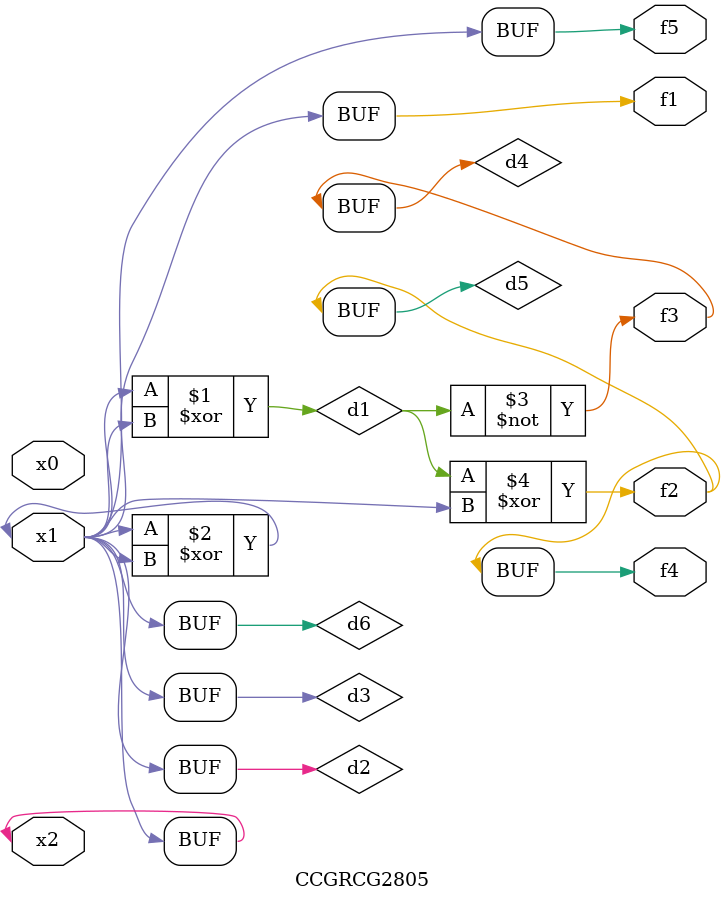
<source format=v>
module CCGRCG2805(
	input x0, x1, x2,
	output f1, f2, f3, f4, f5
);

	wire d1, d2, d3, d4, d5, d6;

	xor (d1, x1, x2);
	buf (d2, x1, x2);
	xor (d3, x1, x2);
	nor (d4, d1);
	xor (d5, d1, d2);
	buf (d6, d2, d3);
	assign f1 = d6;
	assign f2 = d5;
	assign f3 = d4;
	assign f4 = d5;
	assign f5 = d6;
endmodule

</source>
